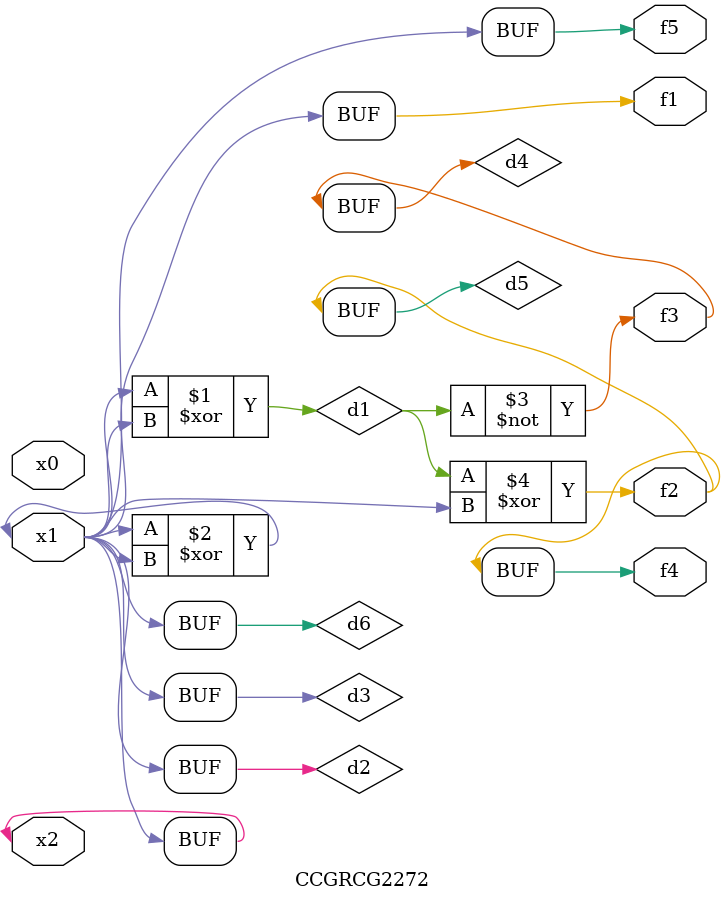
<source format=v>
module CCGRCG2272(
	input x0, x1, x2,
	output f1, f2, f3, f4, f5
);

	wire d1, d2, d3, d4, d5, d6;

	xor (d1, x1, x2);
	buf (d2, x1, x2);
	xor (d3, x1, x2);
	nor (d4, d1);
	xor (d5, d1, d2);
	buf (d6, d2, d3);
	assign f1 = d6;
	assign f2 = d5;
	assign f3 = d4;
	assign f4 = d5;
	assign f5 = d6;
endmodule

</source>
